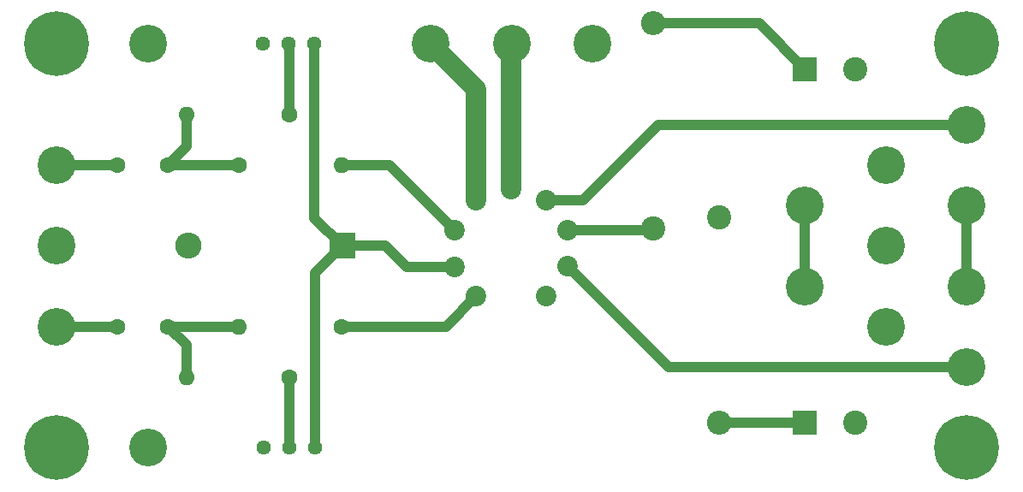
<source format=gbr>
%TF.GenerationSoftware,KiCad,Pcbnew,5.1.6-c6e7f7d~87~ubuntu20.04.1*%
%TF.CreationDate,2020-08-29T22:12:38-04:00*%
%TF.ProjectId,Tube AMP GU17 Power Output Stage,54756265-2041-44d5-9020-475531372050,rev?*%
%TF.SameCoordinates,Original*%
%TF.FileFunction,Copper,L1,Top*%
%TF.FilePolarity,Positive*%
%FSLAX46Y46*%
G04 Gerber Fmt 4.6, Leading zero omitted, Abs format (unit mm)*
G04 Created by KiCad (PCBNEW 5.1.6-c6e7f7d~87~ubuntu20.04.1) date 2020-08-29 22:12:38*
%MOMM*%
%LPD*%
G01*
G04 APERTURE LIST*
%TA.AperFunction,ComponentPad*%
%ADD10C,3.740000*%
%TD*%
%TA.AperFunction,ComponentPad*%
%ADD11C,1.440000*%
%TD*%
%TA.AperFunction,ComponentPad*%
%ADD12O,2.600000X2.600000*%
%TD*%
%TA.AperFunction,ComponentPad*%
%ADD13R,2.600000X2.600000*%
%TD*%
%TA.AperFunction,ComponentPad*%
%ADD14C,0.800000*%
%TD*%
%TA.AperFunction,ComponentPad*%
%ADD15C,6.400000*%
%TD*%
%TA.AperFunction,ComponentPad*%
%ADD16O,1.600000X1.600000*%
%TD*%
%TA.AperFunction,ComponentPad*%
%ADD17C,1.600000*%
%TD*%
%TA.AperFunction,ComponentPad*%
%ADD18C,2.030000*%
%TD*%
%TA.AperFunction,ComponentPad*%
%ADD19O,2.400000X2.400000*%
%TD*%
%TA.AperFunction,ComponentPad*%
%ADD20C,2.400000*%
%TD*%
%TA.AperFunction,ComponentPad*%
%ADD21R,2.400000X2.400000*%
%TD*%
%TA.AperFunction,Conductor*%
%ADD22C,1.000000*%
%TD*%
%TA.AperFunction,Conductor*%
%ADD23C,2.000000*%
%TD*%
G04 APERTURE END LIST*
D10*
%TO.P,J17,1*%
%TO.N,VSS*%
X146000000Y-93000000D03*
%TD*%
D11*
%TO.P,RV2,3*%
%TO.N,GND*%
X92420000Y-77000000D03*
%TO.P,RV2,2*%
%TO.N,Net-(R2-Pad1)*%
X94960000Y-77000000D03*
%TO.P,RV2,1*%
%TO.N,Net-(D1-Pad1)*%
X97500000Y-77000000D03*
%TD*%
%TO.P,RV1,3*%
%TO.N,GND*%
X92460000Y-117000000D03*
%TO.P,RV1,2*%
%TO.N,Net-(R1-Pad1)*%
X95000000Y-117000000D03*
%TO.P,RV1,1*%
%TO.N,Net-(D1-Pad1)*%
X97540000Y-117000000D03*
%TD*%
D12*
%TO.P,D1,2*%
%TO.N,GND*%
X85000000Y-97000000D03*
D13*
%TO.P,D1,1*%
%TO.N,Net-(D1-Pad1)*%
X100240000Y-97000000D03*
%TD*%
D10*
%TO.P,J16,1*%
%TO.N,VS*%
X162000000Y-93000000D03*
%TD*%
%TO.P,J15,1*%
%TO.N,Net-(J15-Pad1)*%
X117000000Y-77000000D03*
%TD*%
%TO.P,J14,1*%
%TO.N,Net-(J14-Pad1)*%
X125000000Y-77000000D03*
%TD*%
%TO.P,J13,1*%
%TO.N,Net-(J13-Pad1)*%
X109000000Y-77000000D03*
%TD*%
D14*
%TO.P,H4,1*%
%TO.N,Net-(H4-Pad1)*%
X73697056Y-115302944D03*
X72000000Y-114600000D03*
X70302944Y-115302944D03*
X69600000Y-117000000D03*
X70302944Y-118697056D03*
X72000000Y-119400000D03*
X73697056Y-118697056D03*
X74400000Y-117000000D03*
D15*
X72000000Y-117000000D03*
%TD*%
D14*
%TO.P,H3,1*%
%TO.N,Net-(H3-Pad1)*%
X163697056Y-115302944D03*
X162000000Y-114600000D03*
X160302944Y-115302944D03*
X159600000Y-117000000D03*
X160302944Y-118697056D03*
X162000000Y-119400000D03*
X163697056Y-118697056D03*
X164400000Y-117000000D03*
D15*
X162000000Y-117000000D03*
%TD*%
D14*
%TO.P,H2,1*%
%TO.N,Net-(H2-Pad1)*%
X163697056Y-75302944D03*
X162000000Y-74600000D03*
X160302944Y-75302944D03*
X159600000Y-77000000D03*
X160302944Y-78697056D03*
X162000000Y-79400000D03*
X163697056Y-78697056D03*
X164400000Y-77000000D03*
D15*
X162000000Y-77000000D03*
%TD*%
D14*
%TO.P,H1,1*%
%TO.N,Net-(H1-Pad1)*%
X73697056Y-75302944D03*
X72000000Y-74600000D03*
X70302944Y-75302944D03*
X69600000Y-77000000D03*
X70302944Y-78697056D03*
X72000000Y-79400000D03*
X73697056Y-78697056D03*
X74400000Y-77000000D03*
D15*
X72000000Y-77000000D03*
%TD*%
D16*
%TO.P,R7,2*%
%TO.N,Net-(R7-Pad2)*%
X100160000Y-89000000D03*
D17*
%TO.P,R7,1*%
%TO.N,Net-(C2-Pad2)*%
X90000000Y-89000000D03*
%TD*%
D16*
%TO.P,R3,2*%
%TO.N,Net-(C1-Pad2)*%
X90000000Y-105000000D03*
D17*
%TO.P,R3,1*%
%TO.N,Net-(R3-Pad1)*%
X100160000Y-105000000D03*
%TD*%
D16*
%TO.P,R2,2*%
%TO.N,Net-(C2-Pad2)*%
X84840000Y-84000000D03*
D17*
%TO.P,R2,1*%
%TO.N,Net-(R2-Pad1)*%
X95000000Y-84000000D03*
%TD*%
D16*
%TO.P,R1,2*%
%TO.N,Net-(C1-Pad2)*%
X84840000Y-110000000D03*
D17*
%TO.P,R1,1*%
%TO.N,Net-(R1-Pad1)*%
X95000000Y-110000000D03*
%TD*%
D10*
%TO.P,J12,1*%
%TO.N,Net-(J12-Pad1)*%
X162000000Y-109000000D03*
%TD*%
%TO.P,J11,1*%
%TO.N,VS*%
X162000000Y-101000000D03*
%TD*%
%TO.P,J10,1*%
%TO.N,Net-(J10-Pad1)*%
X162000000Y-85000000D03*
%TD*%
%TO.P,J9,1*%
%TO.N,GND*%
X154000000Y-89000000D03*
%TD*%
%TO.P,J8,1*%
%TO.N,VSS*%
X146000000Y-101000000D03*
%TD*%
%TO.P,J7,1*%
%TO.N,GND*%
X154000000Y-97000000D03*
%TD*%
%TO.P,J6,1*%
%TO.N,GND*%
X154000000Y-105000000D03*
%TD*%
%TO.P,J5,1*%
%TO.N,GND*%
X81000000Y-117000000D03*
%TD*%
%TO.P,J4,1*%
%TO.N,GND*%
X81000000Y-77000000D03*
%TD*%
D18*
%TO.P,V1,9*%
%TO.N,Net-(J14-Pad1)*%
X120410000Y-102000000D03*
%TO.P,V1,8*%
%TO.N,Net-(J12-Pad1)*%
X122560000Y-99030000D03*
%TO.P,V1,7*%
%TO.N,Net-(R4-Pad1)*%
X122560000Y-95420000D03*
%TO.P,V1,6*%
%TO.N,Net-(J10-Pad1)*%
X120410000Y-92490000D03*
%TO.P,V1,5*%
%TO.N,Net-(J15-Pad1)*%
X116950000Y-91350000D03*
%TO.P,V1,4*%
%TO.N,Net-(J13-Pad1)*%
X113500000Y-92490000D03*
%TO.P,V1,3*%
%TO.N,Net-(R7-Pad2)*%
X111350000Y-95420000D03*
%TO.P,V1,2*%
%TO.N,Net-(D1-Pad1)*%
X111350000Y-99070000D03*
%TO.P,V1,1*%
%TO.N,Net-(R3-Pad1)*%
X113500000Y-102000000D03*
%TD*%
D19*
%TO.P,R5,2*%
%TO.N,VSS*%
X137500000Y-114500000D03*
D20*
%TO.P,R5,1*%
%TO.N,Net-(C4-Pad1)*%
X137500000Y-94180000D03*
%TD*%
D19*
%TO.P,R4,2*%
%TO.N,Net-(C4-Pad1)*%
X131000000Y-75000000D03*
D20*
%TO.P,R4,1*%
%TO.N,Net-(R4-Pad1)*%
X131000000Y-95320000D03*
%TD*%
D10*
%TO.P,J3,1*%
%TO.N,Net-(C1-Pad1)*%
X72000000Y-105000000D03*
%TD*%
%TO.P,J2,1*%
%TO.N,GND*%
X72000000Y-97000000D03*
%TD*%
%TO.P,J1,1*%
%TO.N,Net-(C2-Pad1)*%
X72000000Y-89000000D03*
%TD*%
D20*
%TO.P,C5,2*%
%TO.N,GND*%
X151000000Y-114500000D03*
D21*
%TO.P,C5,1*%
%TO.N,VSS*%
X146000000Y-114500000D03*
%TD*%
D20*
%TO.P,C4,2*%
%TO.N,GND*%
X151000000Y-79500000D03*
D21*
%TO.P,C4,1*%
%TO.N,Net-(C4-Pad1)*%
X146000000Y-79500000D03*
%TD*%
D17*
%TO.P,C2,2*%
%TO.N,Net-(C2-Pad2)*%
X83000000Y-89000000D03*
%TO.P,C2,1*%
%TO.N,Net-(C2-Pad1)*%
X78000000Y-89000000D03*
%TD*%
%TO.P,C1,2*%
%TO.N,Net-(C1-Pad2)*%
X83000000Y-105000000D03*
%TO.P,C1,1*%
%TO.N,Net-(C1-Pad1)*%
X78000000Y-105000000D03*
%TD*%
D22*
%TO.N,Net-(C1-Pad2)*%
X84840000Y-106840000D02*
X83000000Y-105000000D01*
X84840000Y-110000000D02*
X84840000Y-106840000D01*
X90000000Y-105000000D02*
X83000000Y-105000000D01*
%TO.N,Net-(C1-Pad1)*%
X72000000Y-105000000D02*
X78000000Y-105000000D01*
%TO.N,Net-(C2-Pad2)*%
X83000000Y-89000000D02*
X90000000Y-89000000D01*
X84840000Y-87160000D02*
X83000000Y-89000000D01*
X84840000Y-84000000D02*
X84840000Y-87160000D01*
%TO.N,Net-(C2-Pad1)*%
X72000000Y-89000000D02*
X78000000Y-89000000D01*
%TO.N,Net-(C4-Pad1)*%
X141500000Y-75000000D02*
X146000000Y-79500000D01*
X131000000Y-75000000D02*
X141500000Y-75000000D01*
%TO.N,VSS*%
X146000000Y-93000000D02*
X146000000Y-101000000D01*
X137500000Y-114500000D02*
X146000000Y-114500000D01*
%TO.N,Net-(R3-Pad1)*%
X110500000Y-105000000D02*
X113500000Y-102000000D01*
X100160000Y-105000000D02*
X110500000Y-105000000D01*
%TO.N,Net-(R4-Pad1)*%
X130900000Y-95420000D02*
X131000000Y-95320000D01*
X122560000Y-95420000D02*
X130900000Y-95420000D01*
%TO.N,Net-(R7-Pad2)*%
X111350000Y-95420000D02*
X104930000Y-89000000D01*
X104930000Y-89000000D02*
X100160000Y-89000000D01*
%TO.N,Net-(J10-Pad1)*%
X120410000Y-92490000D02*
X124010000Y-92490000D01*
X131500000Y-85000000D02*
X162000000Y-85000000D01*
X124010000Y-92490000D02*
X131500000Y-85000000D01*
%TO.N,VS*%
X162000000Y-93000000D02*
X162000000Y-101000000D01*
%TO.N,Net-(J12-Pad1)*%
X122560000Y-99030000D02*
X132530000Y-109000000D01*
X132530000Y-109000000D02*
X162000000Y-109000000D01*
D23*
%TO.N,Net-(J13-Pad1)*%
X113500000Y-81500000D02*
X109000000Y-77000000D01*
X113500000Y-92490000D02*
X113500000Y-81500000D01*
D22*
%TO.N,Net-(J15-Pad1)*%
X116950000Y-77050000D02*
X117000000Y-77000000D01*
D23*
X116950000Y-91350000D02*
X116950000Y-77050000D01*
D22*
%TO.N,Net-(D1-Pad1)*%
X97540000Y-99700000D02*
X100240000Y-97000000D01*
X97540000Y-117000000D02*
X97540000Y-99700000D01*
X97500000Y-94260000D02*
X100240000Y-97000000D01*
X97500000Y-77000000D02*
X97500000Y-94260000D01*
X100240000Y-97000000D02*
X104500000Y-97000000D01*
X106570000Y-99070000D02*
X111350000Y-99070000D01*
X104500000Y-97000000D02*
X106570000Y-99070000D01*
%TO.N,Net-(R1-Pad1)*%
X95000000Y-117000000D02*
X95000000Y-110000000D01*
%TO.N,Net-(R2-Pad1)*%
X95000000Y-77040000D02*
X94960000Y-77000000D01*
X95000000Y-84000000D02*
X95000000Y-77040000D01*
%TD*%
M02*

</source>
